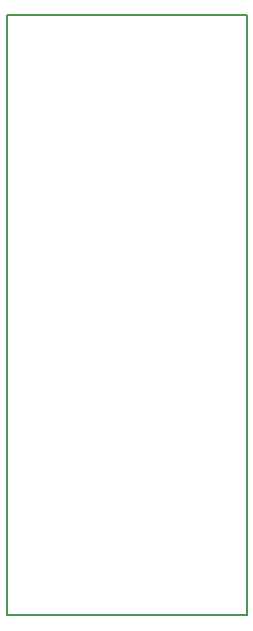
<source format=gbr>
G04 GERBER ASCII OUTPUT FROM: EDWIN 2000 (VER. 1.1 REV. 20011025)*
G04 GERBER FORMAT: RX-274-X*
G04 BOARD: 8-PIN_ADAPTER*
G04 ARTWORK OF SOLD.PRINT POSITIVE*
%ASAXBY*%
%FSLAX23Y23*%
%MIA0B0*%
%MOIN*%
%OFA0.0000B0.0000*%
%SFA1B1*%
%IJA0B0*%
%INLAYER31POS*%
%IOA0B0*%
%IPPOS*%
%IR0*%
G04 APERTURE MACROS*
%AMEDWDONUT*
1,1,$1,$2,$3*
1,0,$4,$2,$3*
%
%AMEDWFRECT*
2,1,$1,$2,$3,$4,$5,$6*
%
%AMEDWORECT*
2,1,$1,$2,$3,$4,$5,$10*
2,1,$1,$4,$5,$6,$7,$10*
2,1,$1,$6,$7,$8,$9,$10*
2,1,$1,$8,$9,$2,$3,$10*
1,1,$1,$2,$3*
1,1,$1,$4,$5*
1,1,$1,$6,$7*
1,1,$1,$8,$9*
%
%AMEDWLINER*
2,1,$1,$2,$3,$4,$5,$6*
1,1,$1,$2,$3*
1,1,$1,$4,$5*
%
%AMEDWFTRNG*
4,1,3,$1,$2,$3,$4,$5,$6,$7,$8,$9*
%
%AMEDWATRNG*
4,1,3,$1,$2,$3,$4,$5,$6,$7,$8,$9*
2,1,$11,$1,$2,$3,$4,$10*
2,1,$11,$3,$4,$5,$6,$10*
2,1,$11,$5,$6,$7,$8,$10*
1,1,$11,$3,$4*
1,1,$11,$5,$6*
1,1,$11,$7,$8*
%
%AMEDWOTRNG*
2,1,$1,$2,$3,$4,$5,$8*
2,1,$1,$4,$5,$6,$7,$8*
2,1,$1,$6,$7,$2,$3,$8*
1,1,$1,$2,$3*
1,1,$1,$4,$5*
1,1,$1,$6,$7*
%
G04*
G04 APERTURE LIST*
%ADD10R,0.0700X0.0700*%
%ADD11R,0.0940X0.0940*%
%ADD12R,0.0600X0.0600*%
%ADD13R,0.0840X0.0840*%
%ADD14R,0.0900X0.0350*%
%ADD15R,0.1140X0.0590*%
%ADD16R,0.0800X0.0250*%
%ADD17R,0.1040X0.0490*%
%ADD18R,0.0900X0.0900*%
%ADD19R,0.1140X0.1140*%
%ADD20R,0.0800X0.0800*%
%ADD21R,0.1040X0.1040*%
%ADD22C,0.0010*%
%ADD24C,0.0020*%
%ADD25R,0.0020X0.0020*%
%ADD26C,0.0030*%
%ADD27R,0.0030X0.0030*%
%ADD28C,0.0040*%
%ADD29R,0.0040X0.0040*%
%ADD30C,0.0050*%
%ADD31R,0.0050X0.0050*%
%ADD32C,0.00787*%
%ADD33R,0.00787X0.00787*%
%ADD34C,0.0080*%
%ADD36C,0.00984*%
%ADD37R,0.00984X0.00984*%
%ADD38C,0.0120*%
%ADD40C,0.0120*%
%ADD42C,0.0130*%
%ADD44C,0.01378*%
%ADD46C,0.01969*%
%ADD47R,0.01969X0.01969*%
%ADD48C,0.0290*%
%ADD50C,0.03187*%
%ADD52C,0.0320*%
%ADD54C,0.0360*%
%ADD56C,0.0370*%
%ADD58C,0.03778*%
%ADD60C,0.03937*%
%ADD61R,0.03937X0.03937*%
%ADD62C,0.0480*%
%ADD63R,0.0480X0.0480*%
%ADD64C,0.0500*%
%ADD65R,0.0500X0.0500*%
%ADD66C,0.0540*%
%ADD67R,0.0540X0.0540*%
%ADD68C,0.0560*%
%ADD69R,0.0560X0.0560*%
%ADD70C,0.05906*%
%ADD71R,0.05906X0.05906*%
%ADD72C,0.0600*%
%ADD73R,0.0600X0.0600*%
%ADD74C,0.0620*%
%ADD75R,0.0620X0.0620*%
%ADD76C,0.06339*%
%ADD77R,0.06339X0.06339*%
%ADD78C,0.06906*%
%ADD79R,0.06906X0.06906*%
%ADD80C,0.0700*%
%ADD81R,0.0700X0.0700*%
%ADD82C,0.0720*%
%ADD83R,0.0720X0.0720*%
%ADD84C,0.0780*%
%ADD85R,0.0780X0.0780*%
%ADD86C,0.0800*%
%ADD87R,0.0800X0.0800*%
%ADD88C,0.0840*%
%ADD89R,0.0840X0.0840*%
%ADD90C,0.0860*%
%ADD92C,0.0900*%
%ADD93R,0.0900X0.0900*%
%ADD94C,0.0940*%
%ADD95R,0.0940X0.0940*%
%ADD96C,0.1040*%
%ADD97R,0.1040X0.1040*%
%ADD98C,0.1100*%
%ADD100C,0.1140*%
%ADD101R,0.1140X0.1140*%
%ADD103R,0.1600X0.1600*%
%ADD105R,0.1660X0.1660*%
%ADD107R,0.1840X0.1840*%
%ADD109R,0.1900X0.1900*%
%ADD110C,0.2900*%
%ADD111R,0.2900X0.2900*%
%ADD112C,0.3900*%
%ADD113R,0.3900X0.3900*%
%ADD114C,0.4900*%
%ADD115R,0.4900X0.4900*%
%ADD116C,0.5900*%
%ADD117R,0.5900X0.5900*%
%ADD118C,0.6900*%
%ADD119R,0.6900X0.6900*%
%ADD120C,0.7900*%
%ADD121R,0.7900X0.7900*%
%ADD122C,0.8900*%
%ADD123R,0.8900X0.8900*%
%ADD124C,0.9900*%
%ADD125R,0.9900X0.9900*%
%ADD126C,1.0900*%
%ADD127R,1.0900X1.0900*%
%ADD128C,1.1900*%
%ADD129R,1.1900X1.1900*%
%ADD130C,1.2900*%
%ADD131R,1.2900X1.2900*%
%ADD132C,1.3900*%
%ADD133R,1.3900X1.3900*%
%ADD134C,1.4900*%
%ADD135R,1.4900X1.4900*%
%ADD136C,1.5900*%
%ADD137R,1.5900X1.5900*%
%ADD138C,1.6900*%
%ADD139R,1.6900X1.6900*%
%ADD140C,1.7900*%
%ADD141R,1.7900X1.7900*%
%ADD142C,1.8900*%
%ADD143R,1.8900X1.8900*%
%ADD144C,1.9900*%
%ADD145R,1.9900X1.9900*%
G04*
D30* 
X0Y0D02*
X0Y2000D01*
X800Y2000D01*
X800Y0D01*
X0Y0D01*
M02*

</source>
